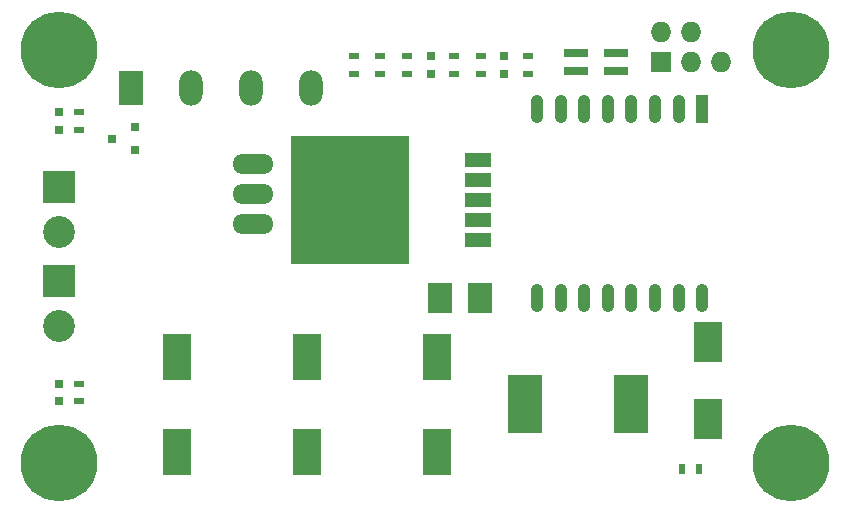
<source format=gts>
G04 #@! TF.FileFunction,Soldermask,Top*
%FSLAX45Y45*%
G04 Gerber Fmt 4.5, Leading zero omitted, Abs format (unit mm)*
G04 Created by KiCad (PCBNEW (after 2015-may-01 BZR unknown)-product) date 21-May-15 9:31:02 AM*
%MOMM*%
G01*
G04 APERTURE LIST*
%ADD10C,0.100000*%
%ADD11R,0.900000X0.500000*%
%ADD12R,2.286000X1.143000*%
%ADD13R,9.999980X10.800080*%
%ADD14R,2.400300X3.500120*%
%ADD15R,2.400300X4.000500*%
%ADD16R,2.000000X2.500000*%
%ADD17R,0.797560X0.797560*%
%ADD18O,3.500120X1.699260*%
%ADD19R,0.500000X0.900000*%
%ADD20R,2.000000X0.700000*%
%ADD21R,1.100000X2.400000*%
%ADD22O,1.100000X2.400000*%
%ADD23C,6.500000*%
%ADD24O,2.000000X3.000000*%
%ADD25R,2.000000X3.000000*%
%ADD26R,3.000000X5.000000*%
%ADD27C,2.700000*%
%ADD28R,2.700000X2.700000*%
%ADD29R,0.800100X0.800100*%
%ADD30R,1.727200X1.727200*%
%ADD31O,1.727200X1.727200*%
G04 APERTURE END LIST*
D10*
D11*
X10250000Y-8200000D03*
X10250000Y-8050000D03*
D12*
X10450000Y-9439852D03*
D13*
X9370500Y-9269926D03*
D12*
X10450000Y-9100000D03*
X10450000Y-9269926D03*
X10450000Y-9610032D03*
X10450000Y-8929820D03*
D14*
X12400000Y-11125120D03*
X12400000Y-10474880D03*
D15*
X10100000Y-11400050D03*
X10100000Y-10599950D03*
X9000000Y-11400050D03*
X9000000Y-10599950D03*
X7900000Y-11400050D03*
X7900000Y-10599950D03*
D16*
X10130000Y-10100000D03*
X10470000Y-10100000D03*
D17*
X6900000Y-8674930D03*
X6900000Y-8525070D03*
X6900000Y-10825070D03*
X6900000Y-10974930D03*
X10675000Y-8050070D03*
X10675000Y-8199930D03*
X10050000Y-8199930D03*
X10050000Y-8050070D03*
D18*
X8548500Y-9223100D03*
X8548500Y-9477100D03*
X8548500Y-8969100D03*
D19*
X12325000Y-11550000D03*
X12175000Y-11550000D03*
D11*
X7075000Y-8525000D03*
X7075000Y-8675000D03*
X7075000Y-10975000D03*
X7075000Y-10825000D03*
X9400000Y-8050000D03*
X9400000Y-8200000D03*
X10875000Y-8200000D03*
X10875000Y-8050000D03*
X9850000Y-8200000D03*
X9850000Y-8050000D03*
X9625000Y-8200000D03*
X9625000Y-8050000D03*
X10475000Y-8200000D03*
X10475000Y-8050000D03*
D20*
X11620000Y-8025000D03*
X11620000Y-8175000D03*
X11280000Y-8175000D03*
X11280000Y-8025000D03*
D21*
X12350000Y-8500000D03*
D22*
X12150000Y-8500000D03*
X11950000Y-8500000D03*
X11750000Y-8500000D03*
X11550000Y-8500000D03*
X11350000Y-8500000D03*
X11150000Y-8500000D03*
X10950000Y-8500000D03*
X10950000Y-10100000D03*
X11150000Y-10100000D03*
X11350000Y-10100000D03*
X11550000Y-10100000D03*
X11750000Y-10100000D03*
X11950000Y-10100000D03*
X12150000Y-10100000D03*
X12350000Y-10100000D03*
D23*
X13100000Y-8000000D03*
X6900000Y-8000000D03*
X6900000Y-11500000D03*
X13100000Y-11500000D03*
D24*
X8021000Y-8325000D03*
X8529000Y-8325000D03*
X9037000Y-8325000D03*
D25*
X7513000Y-8325000D03*
D26*
X11750000Y-11000000D03*
X10850000Y-11000000D03*
D27*
X6900000Y-9540500D03*
D28*
X6900000Y-9159500D03*
D27*
X6900000Y-10340500D03*
D28*
X6900000Y-9959500D03*
D29*
X7550076Y-8845000D03*
X7550076Y-8655000D03*
X7350178Y-8750000D03*
D30*
X12000000Y-8100000D03*
D31*
X12000000Y-7846000D03*
X12254000Y-8100000D03*
X12254000Y-7846000D03*
X12508000Y-8100000D03*
M02*

</source>
